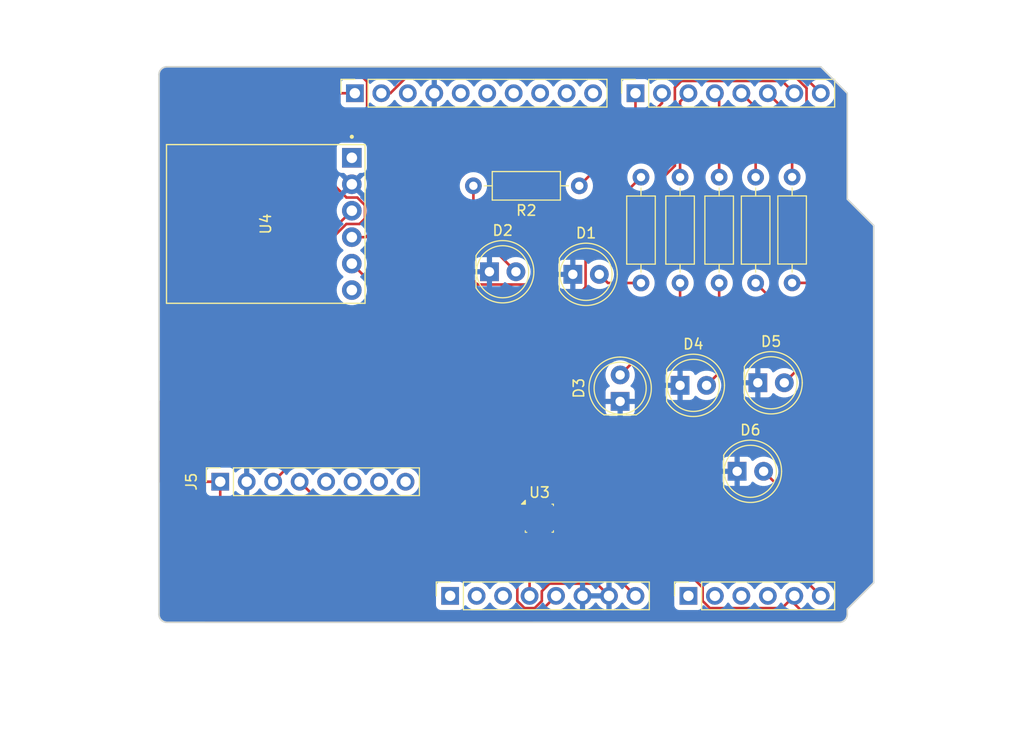
<source format=kicad_pcb>
(kicad_pcb (version 20240108) (generator "pcbnew") (generator_version "8.0")
  (title_block (date "mar. 31 mars 2015"))
  (layers (0 "F.Cu" signal) (31 "B.Cu" signal) (34 "B.Paste" user) (35 "F.Paste" user) (36 "B.SilkS" user "B.Silkscreen") (37 "F.SilkS" user "F.Silkscreen") (38 "B.Mask" user) (39 "F.Mask" user) (44 "Edge.Cuts" user))
  (net 0 "")
  (net 1 "GND")
  (net 3 "+5V")
  (net 4 "/IOREF")
  (net 5 "/A0")
  (net 6 "/A1")
  (net 7 "/A2")
  (net 8 "/A3")
  (net 9 "/I2C_SCL")
  (net 10 "/I2C_SDA")
  (net 11 "/13")
  (net 12 "/12")
  (net 13 "/AREF")
  (net 14 "/8")
  (net 15 "/7")
  (net 16 "/*11")
  (net 17 "/*10")
  (net 18 "/*9")
  (net 19 "/4")
  (net 20 "/2")
  (net 21 "/*6")
  (net 22 "/*5")
  (net 23 "/RX")
  (net 24 "/*3")
  (net 25 "/RX{slash}0")
  (net 26 "+3V3")
  (net 27 "VCC")
  (net 28 "/~{RESET}")
  (net 33 "Net-(D1-A)")
  (net 34 "Net-(D2-A)")
  (net 35 "Net-(D3-A)")
  (net 36 "Net-(D4-A)")
  (net 37 "Net-(D5-A)")
  (net 38 "Net-(D6-A)")
  (footprint "Connector_PinSocket_2.54mm:PinSocket_1x08_P2.54mm_Vertical" (layer "F.Cu") (at 127.94 97.46 90)
    (property "Reference" "J1" (hide yes))
    (property "Value" "Power")
    (fp_line (start 1.33 -1.33) (end 1.33 0) (stroke (width 0.12)) (layer "F.SilkS"))
    (fp_line (start 0 -1.33) (end 1.33 -1.33) (stroke (width 0.12)) (layer "F.SilkS"))
    (fp_line (start 1.33 1.27) (end 1.33 19.11) (stroke (width 0.12)) (layer "F.SilkS"))
    (fp_line (start -1.33 1.27) (end 1.33 1.27) (stroke (width 0.12)) (layer "F.SilkS"))
    (fp_line (start -1.33 1.27) (end -1.33 19.11) (stroke (width 0.12)) (layer "F.SilkS"))
    (fp_line (start -1.33 19.11) (end 1.33 19.11) (stroke (width 0.12)) (layer "F.SilkS"))
    (pad "1" thru_hole rect (at 0 0 90) (size 1.7 1.7) (drill 1) (layers "*.Cu" "*.Mask"))
    (pad "2" thru_hole oval (at 0 2.54 90) (size 1.7 1.7) (drill 1) (layers "*.Cu" "*.Mask") (net 4 "/IOREF"))
    (pad "3" thru_hole oval (at 0 5.08 90) (size 1.7 1.7) (drill 1) (layers "*.Cu" "*.Mask") (net 28 "/~{RESET}"))
    (pad "4" thru_hole oval (at 0 7.62 90) (size 1.7 1.7) (drill 1) (layers "*.Cu" "*.Mask") (net 26 "+3V3"))
    (pad "5" thru_hole oval (at 0 10.16 90) (size 1.7 1.7) (drill 1) (layers "*.Cu" "*.Mask") (net 3 "+5V"))
    (pad "6" thru_hole oval (at 0 12.7 90) (size 1.7 1.7) (drill 1) (layers "*.Cu" "*.Mask") (net 1 "GND"))
    (pad "7" thru_hole oval (at 0 15.24 90) (size 1.7 1.7) (drill 1) (layers "*.Cu" "*.Mask") (net 1 "GND"))
    (pad "8" thru_hole oval (at 0 17.78 90) (size 1.7 1.7) (drill 1) (layers "*.Cu" "*.Mask") (net 27 "VCC"))
  )
  (footprint "Connector_PinSocket_2.54mm:PinSocket_1x06_P2.54mm_Vertical" (layer "F.Cu") (at 150.8 97.46 90)
    (property "Reference" "J3" (hide yes))
    (property "Value" "Analog")
    (fp_line (start 1.33 -1.33) (end 1.33 0) (stroke (width 0.12)) (layer "F.SilkS"))
    (fp_line (start 0 -1.33) (end 1.33 -1.33) (stroke (width 0.12)) (layer "F.SilkS"))
    (fp_line (start 1.33 1.27) (end 1.33 14.03) (stroke (width 0.12)) (layer "F.SilkS"))
    (fp_line (start -1.33 1.27) (end 1.33 1.27) (stroke (width 0.12)) (layer "F.SilkS"))
    (fp_line (start -1.33 1.27) (end -1.33 14.03) (stroke (width 0.12)) (layer "F.SilkS"))
    (fp_line (start -1.33 14.03) (end 1.33 14.03) (stroke (width 0.12)) (layer "F.SilkS"))
    (pad "1" thru_hole rect (at 0 0 90) (size 1.7 1.7) (drill 1) (layers "*.Cu" "*.Mask") (net 5 "/A0"))
    (pad "2" thru_hole oval (at 0 2.54 90) (size 1.7 1.7) (drill 1) (layers "*.Cu" "*.Mask") (net 6 "/A1"))
    (pad "3" thru_hole oval (at 0 5.08 90) (size 1.7 1.7) (drill 1) (layers "*.Cu" "*.Mask") (net 7 "/A2"))
    (pad "4" thru_hole oval (at 0 7.62 90) (size 1.7 1.7) (drill 1) (layers "*.Cu" "*.Mask") (net 8 "/A3"))
    (pad "5" thru_hole oval (at 0 10.16 90) (size 1.7 1.7) (drill 1) (layers "*.Cu" "*.Mask") (net 10 "/I2C_SDA"))
    (pad "6" thru_hole oval (at 0 12.7 90) (size 1.7 1.7) (drill 1) (layers "*.Cu" "*.Mask") (net 9 "/I2C_SCL"))
  )
  (footprint "Connector_PinSocket_2.54mm:PinSocket_1x10_P2.54mm_Vertical" (layer "F.Cu") (at 118.796 49.2 90)
    (property "Reference" "J2" (hide yes))
    (property "Value" "Digital/PWM")
    (fp_line (start 1.33 -1.33) (end 1.33 0) (stroke (width 0.12)) (layer "F.SilkS"))
    (fp_line (start 0 -1.33) (end 1.33 -1.33) (stroke (width 0.12)) (layer "F.SilkS"))
    (fp_line (start 1.33 1.27) (end 1.33 24.19) (stroke (width 0.12)) (layer "F.SilkS"))
    (fp_line (start -1.33 1.27) (end 1.33 1.27) (stroke (width 0.12)) (layer "F.SilkS"))
    (fp_line (start -1.33 1.27) (end -1.33 24.19) (stroke (width 0.12)) (layer "F.SilkS"))
    (fp_line (start -1.33 24.19) (end 1.33 24.19) (stroke (width 0.12)) (layer "F.SilkS"))
    (pad "1" thru_hole rect (at 0 0 90) (size 1.7 1.7) (drill 1) (layers "*.Cu" "*.Mask") (net 9 "/I2C_SCL"))
    (pad "2" thru_hole oval (at 0 2.54 90) (size 1.7 1.7) (drill 1) (layers "*.Cu" "*.Mask") (net 10 "/I2C_SDA"))
    (pad "3" thru_hole oval (at 0 5.08 90) (size 1.7 1.7) (drill 1) (layers "*.Cu" "*.Mask") (net 13 "/AREF"))
    (pad "4" thru_hole oval (at 0 7.62 90) (size 1.7 1.7) (drill 1) (layers "*.Cu" "*.Mask") (net 1 "GND"))
    (pad "5" thru_hole oval (at 0 10.16 90) (size 1.7 1.7) (drill 1) (layers "*.Cu" "*.Mask") (net 11 "/13"))
    (pad "6" thru_hole oval (at 0 12.7 90) (size 1.7 1.7) (drill 1) (layers "*.Cu" "*.Mask") (net 12 "/12"))
    (pad "7" thru_hole oval (at 0 15.24 90) (size 1.7 1.7) (drill 1) (layers "*.Cu" "*.Mask") (net 16 "/*11"))
    (pad "8" thru_hole oval (at 0 17.78 90) (size 1.7 1.7) (drill 1) (layers "*.Cu" "*.Mask") (net 17 "/*10"))
    (pad "9" thru_hole oval (at 0 20.32 90) (size 1.7 1.7) (drill 1) (layers "*.Cu" "*.Mask") (net 18 "/*9"))
    (pad "10" thru_hole oval (at 0 22.86 90) (size 1.7 1.7) (drill 1) (layers "*.Cu" "*.Mask") (net 14 "/8"))
  )
  (footprint "Connector_PinSocket_2.54mm:PinSocket_1x08_P2.54mm_Vertical" (layer "F.Cu") (at 145.72 49.2 90)
    (property "Reference" "J4" (hide yes))
    (property "Value" "Digital/PWM")
    (fp_line (start 1.33 -1.33) (end 1.33 0) (stroke (width 0.12)) (layer "F.SilkS"))
    (fp_line (start 0 -1.33) (end 1.33 -1.33) (stroke (width 0.12)) (layer "F.SilkS"))
    (fp_line (start 1.33 1.27) (end 1.33 19.11) (stroke (width 0.12)) (layer "F.SilkS"))
    (fp_line (start -1.33 1.27) (end 1.33 1.27) (stroke (width 0.12)) (layer "F.SilkS"))
    (fp_line (start -1.33 1.27) (end -1.33 19.11) (stroke (width 0.12)) (layer "F.SilkS"))
    (fp_line (start -1.33 19.11) (end 1.33 19.11) (stroke (width 0.12)) (layer "F.SilkS"))
    (pad "1" thru_hole rect (at 0 0 90) (size 1.7 1.7) (drill 1) (layers "*.Cu" "*.Mask") (net 15 "/7"))
    (pad "2" thru_hole oval (at 0 2.54 90) (size 1.7 1.7) (drill 1) (layers "*.Cu" "*.Mask") (net 21 "/*6"))
    (pad "3" thru_hole oval (at 0 5.08 90) (size 1.7 1.7) (drill 1) (layers "*.Cu" "*.Mask") (net 22 "/*5"))
    (pad "4" thru_hole oval (at 0 7.62 90) (size 1.7 1.7) (drill 1) (layers "*.Cu" "*.Mask") (net 19 "/4"))
    (pad "5" thru_hole oval (at 0 10.16 90) (size 1.7 1.7) (drill 1) (layers "*.Cu" "*.Mask") (net 24 "/*3"))
    (pad "6" thru_hole oval (at 0 12.7 90) (size 1.7 1.7) (drill 1) (layers "*.Cu" "*.Mask") (net 20 "/2"))
    (pad "7" thru_hole oval (at 0 15.24 90) (size 1.7 1.7) (drill 1) (layers "*.Cu" "*.Mask") (net 23 "/RX"))
    (pad "8" thru_hole oval (at 0 17.78 90) (size 1.7 1.7) (drill 1) (layers "*.Cu" "*.Mask") (net 25 "/RX{slash}0"))
  )
  (footprint "LED_THT:LED_D5.0mm" (layer "F.Cu") (at 157.46 77)
    (property "Reference" "D5" (at 1.27 -3.96 0) (layer "F.SilkS"))
    (property "Value" "LED")
    (fp_line (start -1.29 -1.545) (end -1.29 1.545) (stroke (width 0.12)) (layer "F.SilkS"))
    (fp_arc (start -1.29 -1.54483) (mid 2.071756 -2.880501) (end 4.26 -0.000048) (stroke (width 0.12)) (layer "F.SilkS"))
    (fp_arc (start 4.26 0.000048) (mid 2.071756 2.880501) (end -1.29 1.54483) (stroke (width 0.12)) (layer "F.SilkS"))
    (fp_circle (center 1.27 0) (end 3.77 0) (stroke (width 0.12)) (fill none) (layer "F.SilkS"))
    (pad "1" thru_hole rect (at 0 0) (size 1.8 1.8) (drill 0.9) (layers "*.Cu" "*.Mask") (net 1 "GND"))
    (pad "2" thru_hole circle (at 2.54 0) (size 1.8 1.8) (drill 0.9) (layers "*.Cu" "*.Mask") (net 37 "Net-(D5-A)"))
  )
  (footprint "Resistor_THT:R_Axial_DIN0207_L6.3mm_D2.5mm_P10.16mm_Horizontal" (layer "F.Cu") (at 146.25 57.26 -90)
    (property "Reference" "R1" (hide yes))
    (property "Value" "330")
    (fp_line (start 1.81 1.37) (end 8.35 1.37) (stroke (width 0.12)) (layer "F.SilkS"))
    (fp_line (start 8.35 1.37) (end 8.35 -1.37) (stroke (width 0.12)) (layer "F.SilkS"))
    (fp_line (start 1.04 0) (end 1.81 0) (stroke (width 0.12)) (layer "F.SilkS"))
    (fp_line (start 9.12 0) (end 8.35 0) (stroke (width 0.12)) (layer "F.SilkS"))
    (fp_line (start 1.81 -1.37) (end 1.81 1.37) (stroke (width 0.12)) (layer "F.SilkS"))
    (fp_line (start 8.35 -1.37) (end 1.81 -1.37) (stroke (width 0.12)) (layer "F.SilkS"))
    (pad "1" thru_hole circle (at 0 0 270) (size 1.6 1.6) (drill 0.8) (layers "*.Cu" "*.Mask") (net 15 "/7"))
    (pad "2" thru_hole oval (at 10.16 0 270) (size 1.6 1.6) (drill 0.8) (layers "*.Cu" "*.Mask") (net 33 "Net-(D1-A)"))
  )
  (footprint "OPENLOG:MODULE_DEV-13712" (layer "F.Cu") (at 110.25 61.75 90)
    (property "Reference" "U4" (at 0 0 90) (layer "F.SilkS"))
    (property "Value" "DEV-13712" (hide yes))
    (fp_line (start 7.62 -9.525) (end 7.62 9.525) (stroke (width 0.127)) (layer "F.SilkS"))
    (fp_line (start -7.62 -9.525) (end 7.62 -9.525) (stroke (width 0.127)) (layer "F.SilkS"))
    (fp_line (start 7.62 9.525) (end -7.62 9.525) (stroke (width 0.127)) (layer "F.SilkS"))
    (fp_line (start -7.62 9.525) (end -7.62 -9.525) (stroke (width 0.127)) (layer "F.SilkS"))
    (fp_circle (center 8.37 8.255) (end 8.47 8.255) (stroke (width 0.2)) (fill none) (layer "F.SilkS"))
    (pad "1" thru_hole rect (at 6.35 8.255 90) (size 1.8796 1.8796) (drill 1.016) (layers "*.Cu" "*.Mask"))
    (pad "2" thru_hole circle (at 3.81 8.255 90) (size 1.8796 1.8796) (drill 1.016) (layers "*.Cu" "*.Mask") (net 1 "GND"))
    (pad "3" thru_hole circle (at 1.27 8.255 90) (size 1.8796 1.8796) (drill 1.016) (layers "*.Cu" "*.Mask") (net 3 "+5V"))
    (pad "4" thru_hole circle (at -1.27 8.255 90) (size 1.8796 1.8796) (drill 1.016) (layers "*.Cu" "*.Mask") (net 25 "/RX{slash}0"))
    (pad "5" thru_hole circle (at -3.81 8.255 90) (size 1.8796 1.8796) (drill 1.016) (layers "*.Cu" "*.Mask") (net 23 "/RX"))
    (pad "6" thru_hole circle (at -6.35 8.255 90) (size 1.8796 1.8796) (drill 1.016) (layers "*.Cu" "*.Mask"))
  )
  (footprint "LED_THT:LED_D5.0mm" (layer "F.Cu") (at 144.25 78.79 90)
    (property "Reference" "D3" (at 1.27 -3.96 90) (layer "F.SilkS"))
    (property "Value" "LED" (hide yes))
    (fp_line (start -1.29 -1.545) (end -1.29 1.545) (stroke (width 0.12)) (layer "F.SilkS"))
    (fp_arc (start -1.29 -1.54483) (mid 2.071756 -2.880501) (end 4.26 -0.000048) (stroke (width 0.12)) (layer "F.SilkS"))
    (fp_arc (start 4.26 0.000048) (mid 2.071756 2.880501) (end -1.29 1.54483) (stroke (width 0.12)) (layer "F.SilkS"))
    (fp_circle (center 1.27 0) (end 3.77 0) (stroke (width 0.12)) (fill none) (layer "F.SilkS"))
    (pad "1" thru_hole rect (at 0 0 90) (size 1.8 1.8) (drill 0.9) (layers "*.Cu" "*.Mask") (net 1 "GND"))
    (pad "2" thru_hole circle (at 2.54 0 90) (size 1.8 1.8) (drill 0.9) (layers "*.Cu" "*.Mask") (net 35 "Net-(D3-A)"))
  )
  (footprint "LED_THT:LED_D5.0mm" (layer "F.Cu") (at 150 77.25)
    (property "Reference" "D4" (at 1.27 -3.96 0) (layer "F.SilkS"))
    (property "Value" "LED")
    (fp_line (start -1.29 -1.545) (end -1.29 1.545) (stroke (width 0.12)) (layer "F.SilkS"))
    (fp_arc (start -1.29 -1.54483) (mid 2.071756 -2.880501) (end 4.26 -0.000048) (stroke (width 0.12)) (layer "F.SilkS"))
    (fp_arc (start 4.26 0.000048) (mid 2.071756 2.880501) (end -1.29 1.54483) (stroke (width 0.12)) (layer "F.SilkS"))
    (fp_circle (center 1.27 0) (end 3.77 0) (stroke (width 0.12)) (fill none) (layer "F.SilkS"))
    (pad "1" thru_hole rect (at 0 0) (size 1.8 1.8) (drill 0.9) (layers "*.Cu" "*.Mask") (net 1 "GND"))
    (pad "2" thru_hole circle (at 2.54 0) (size 1.8 1.8) (drill 0.9) (layers "*.Cu" "*.Mask") (net 36 "Net-(D4-A)"))
  )
  (footprint "LED_THT:LED_D5.0mm" (layer "F.Cu") (at 139.71 66.59)
    (property "Reference" "D1" (at 1.27 -3.96 0) (layer "F.SilkS"))
    (property "Value" "LED")
    (fp_line (start -1.29 -1.545) (end -1.29 1.545) (stroke (width 0.12)) (layer "F.SilkS"))
    (fp_arc (start -1.29 -1.54483) (mid 2.071756 -2.880501) (end 4.26 -0.000048) (stroke (width 0.12)) (layer "F.SilkS"))
    (fp_arc (start 4.26 0.000048) (mid 2.071756 2.880501) (end -1.29 1.54483) (stroke (width 0.12)) (layer "F.SilkS"))
    (fp_circle (center 1.27 0) (end 3.77 0) (stroke (width 0.12)) (fill none) (layer "F.SilkS"))
    (pad "1" thru_hole rect (at 0 0) (size 1.8 1.8) (drill 0.9) (layers "*.Cu" "*.Mask") (net 1 "GND"))
    (pad "2" thru_hole circle (at 2.54 0) (size 1.8 1.8) (drill 0.9) (layers "*.Cu" "*.Mask") (net 33 "Net-(D1-A)"))
  )
  (footprint "LED_THT:LED_D5.0mm" (layer "F.Cu") (at 131.71 66.34)
    (property "Reference" "D2" (at 1.27 -3.96 0) (layer "F.SilkS"))
    (property "Value" "LED")
    (fp_line (start -1.29 -1.545) (end -1.29 1.545) (stroke (width 0.12)) (layer "F.SilkS"))
    (fp_arc (start -1.29 -1.54483) (mid 2.071756 -2.880501) (end 4.26 -0.000048) (stroke (width 0.12)) (layer "F.SilkS"))
    (fp_arc (start 4.26 0.000048) (mid 2.071756 2.880501) (end -1.29 1.54483) (stroke (width 0.12)) (layer "F.SilkS"))
    (fp_circle (center 1.27 0) (end 3.77 0) (stroke (width 0.12)) (fill none) (layer "F.SilkS"))
    (pad "1" thru_hole rect (at 0 0) (size 1.8 1.8) (drill 0.9) (layers "*.Cu" "*.Mask") (net 1 "GND"))
    (pad "2" thru_hole circle (at 2.54 0) (size 1.8 1.8) (drill 0.9) (layers "*.Cu" "*.Mask") (net 34 "Net-(D2-A)"))
  )
  (footprint "Package_LGA:Bosch_LGA-8_2.5x2.5mm_P0.65mm_ClockwisePinNumbering" (layer "F.Cu") (at 136.5 90)
    (property "Reference" "U3" (at 0.015 -2.465 360) (layer "F.SilkS"))
    (property "Value" "BME280")
    (fp_line (start -1.35 1.35) (end -1.35 1.2) (stroke (width 0.1)) (layer "F.SilkS"))
    (fp_line (start -1.35 1.36) (end -1.2 1.36) (stroke (width 0.1)) (layer "F.SilkS"))
    (fp_line (start 1.2 -1.35) (end 1.35 -1.35) (stroke (width 0.1)) (layer "F.SilkS"))
    (fp_line (start 1.35 -1.35) (end 1.35 -1.2) (stroke (width 0.1)) (layer "F.SilkS"))
    (fp_line (start 1.35 1.35) (end 1.2 1.35) (stroke (width 0.1)) (layer "F.SilkS"))
    (fp_line (start 1.35 1.35) (end 1.35 1.2) (stroke (width 0.1)) (layer "F.SilkS"))
    (fp_poly (pts (xy -1.35 -1.35) (xy -1.71 -1.35) (xy -1.35 -1.71) (xy -1.35 -1.35)) (stroke (width 0.12)) (fill solid) (layer "F.SilkS"))
    (pad "1" smd rect (at -0.975 -1.025 90) (size 0.5 0.35) (layers "F.Cu" "F.Paste" "F.Mask") (net 1 "GND"))
    (pad "2" smd rect (at -0.325 -1.025 90) (size 0.5 0.35) (layers "F.Cu" "F.Paste" "F.Mask") (net 27 "VCC"))
    (pad "3" smd rect (at 0.325 -1.025 90) (size 0.5 0.35) (layers "F.Cu" "F.Paste" "F.Mask") (net 10 "/I2C_SDA"))
    (pad "4" smd rect (at 0.975 -1.025 90) (size 0.5 0.35) (layers "F.Cu" "F.Paste" "F.Mask") (net 9 "/I2C_SCL"))
    (pad "5" smd rect (at 0.975 1.025 90) (size 0.5 0.35) (layers "F.Cu" "F.Paste" "F.Mask") (net 1 "GND"))
    (pad "6" smd rect (at 0.325 1.025 90) (size 0.5 0.35) (layers "F.Cu" "F.Paste" "F.Mask") (net 26 "+3V3"))
    (pad "7" smd rect (at -0.325 1.025 90) (size 0.5 0.35) (layers "F.Cu" "F.Paste" "F.Mask") (net 1 "GND"))
    (pad "8" smd rect (at -0.975 1.025 90) (size 0.5 0.35) (layers "F.Cu" "F.Paste" "F.Mask") (net 26 "+3V3"))
  )
  (footprint "Connector_PinSocket_2.54mm:PinSocket_1x08_P2.54mm_Vertical" (layer "F.Cu") (at 105.88 86.5 90)
    (property "Reference" "J5" (at 0 -2.77 90) (layer "F.SilkS"))
    (property "Value" "CONN_GYRO")
    (fp_line (start 1.33 -1.33) (end 1.33 0) (stroke (width 0.12)) (layer "F.SilkS"))
    (fp_line (start 0 -1.33) (end 1.33 -1.33) (stroke (width 0.12)) (layer "F.SilkS"))
    (fp_line (start 1.33 1.27) (end 1.33 19.11) (stroke (width 0.12)) (layer "F.SilkS"))
    (fp_line (start -1.33 1.27) (end 1.33 1.27) (stroke (width 0.12)) (layer "F.SilkS"))
    (fp_line (start -1.33 1.27) (end -1.33 19.11) (stroke (width 0.12)) (layer "F.SilkS"))
    (fp_line (start -1.33 19.11) (end 1.33 19.11) (stroke (width 0.12)) (layer "F.SilkS"))
    (pad "1" thru_hole rect (at 0 0 90) (size 1.7 1.7) (drill 1) (layers "*.Cu" "*.Mask") (net 3 "+5V"))
    (pad "2" thru_hole oval (at 0 2.54 90) (size 1.7 1.7) (drill 1) (layers "*.Cu" "*.Mask") (net 1 "GND"))
    (pad "3" thru_hole oval (at 0 5.08 90) (size 1.7 1.7) (drill 1) (layers "*.Cu" "*.Mask") (net 9 "/I2C_SCL"))
    (pad "4" thru_hole oval (at 0 7.62 90) (size 1.7 1.7) (drill 1) (layers "*.Cu" "*.Mask") (net 10 "/I2C_SDA"))
    (pad "5" thru_hole oval (at 0 10.16 90) (size 1.7 1.7) (drill 1) (layers "*.Cu" "*.Mask"))
    (pad "6" thru_hole oval (at 0 12.7 90) (size 1.7 1.7) (drill 1) (layers "*.Cu" "*.Mask"))
    (pad "7" thru_hole oval (at 0 15.24 90) (size 1.7 1.7) (drill 1) (layers "*.Cu" "*.Mask"))
    (pad "8" thru_hole oval (at 0 17.78 90) (size 1.7 1.7) (drill 1) (layers "*.Cu" "*.Mask"))
  )
  (footprint "Resistor_THT:R_Axial_DIN0207_L6.3mm_D2.5mm_P10.16mm_Horizontal" (layer "F.Cu") (at 153.75 57.26 -90)
    (property "Reference" "R4" (hide yes))
    (property "Value" "330")
    (fp_line (start 1.81 1.37) (end 8.35 1.37) (stroke (width 0.12)) (layer "F.SilkS"))
    (fp_line (start 8.35 1.37) (end 8.35 -1.37) (stroke (width 0.12)) (layer "F.SilkS"))
    (fp_line (start 1.04 0) (end 1.81 0) (stroke (width 0.12)) (layer "F.SilkS"))
    (fp_line (start 9.12 0) (end 8.35 0) (stroke (width 0.12)) (layer "F.SilkS"))
    (fp_line (start 1.81 -1.37) (end 1.81 1.37) (stroke (width 0.12)) (layer "F.SilkS"))
    (fp_line (start 8.35 -1.37) (end 1.81 -1.37) (stroke (width 0.12)) (layer "F.SilkS"))
    (pad "1" thru_hole circle (at 0 0 270) (size 1.6 1.6) (drill 0.8) (layers "*.Cu" "*.Mask") (net 19 "/4"))
    (pad "2" thru_hole oval (at 10.16 0 270) (size 1.6 1.6) (drill 0.8) (layers "*.Cu" "*.Mask") (net 36 "Net-(D4-A)"))
  )
  (footprint "Resistor_THT:R_Axial_DIN0207_L6.3mm_D2.5mm_P10.16mm_Horizontal" (layer "F.Cu") (at 150 57.26 -90)
    (property "Reference" "R3" (hide yes))
    (property "Value" "330")
    (fp_line (start 1.81 1.37) (end 8.35 1.37) (stroke (width 0.12)) (layer "F.SilkS"))
    (fp_line (start 8.35 1.37) (end 8.35 -1.37) (stroke (width 0.12)) (layer "F.SilkS"))
    (fp_line (start 1.04 0) (end 1.81 0) (stroke (width 0.12)) (layer "F.SilkS"))
    (fp_line (start 9.12 0) (end 8.35 0) (stroke (width 0.12)) (layer "F.SilkS"))
    (fp_line (start 1.81 -1.37) (end 1.81 1.37) (stroke (width 0.12)) (layer "F.SilkS"))
    (fp_line (start 8.35 -1.37) (end 1.81 -1.37) (stroke (width 0.12)) (layer "F.SilkS"))
    (pad "1" thru_hole circle (at 0 0 270) (size 1.6 1.6) (drill 0.8) (layers "*.Cu" "*.Mask") (net 22 "/*5"))
    (pad "2" thru_hole oval (at 10.16 0 270) (size 1.6 1.6) (drill 0.8) (layers "*.Cu" "*.Mask") (net 35 "Net-(D3-A)"))
  )
  (footprint "Resistor_THT:R_Axial_DIN0207_L6.3mm_D2.5mm_P10.16mm_Horizontal" (layer "F.Cu") (at 157.25 57.26 -90)
    (property "Reference" "R5" (hide yes))
    (property "Value" "330")
    (fp_line (start 1.81 1.37) (end 8.35 1.37) (stroke (width 0.12)) (layer "F.SilkS"))
    (fp_line (start 8.35 1.37) (end 8.35 -1.37) (stroke (width 0.12)) (layer "F.SilkS"))
    (fp_line (start 1.04 0) (end 1.81 0) (stroke (width 0.12)) (layer "F.SilkS"))
    (fp_line (start 9.12 0) (end 8.35 0) (stroke (width 0.12)) (layer "F.SilkS"))
    (fp_line (start 1.81 -1.37) (end 1.81 1.37) (stroke (width 0.12)) (layer "F.SilkS"))
    (fp_line (start 8.35 -1.37) (end 1.81 -1.37) (stroke (width 0.12)) (layer "F.SilkS"))
    (pad "1" thru_hole circle (at 0 0 270) (size 1.6 1.6) (drill 0.8) (layers "*.Cu" "*.Mask") (net 24 "/*3"))
    (pad "2" thru_hole oval (at 10.16 0 270) (size 1.6 1.6) (drill 0.8) (layers "*.Cu" "*.Mask") (net 37 "Net-(D5-A)"))
  )
  (footprint "Resistor_THT:R_Axial_DIN0207_L6.3mm_D2.5mm_P10.16mm_Horizontal" (layer "F.Cu") (at 140.33 58.09 180)
    (property "Reference" "R2" (at 5.08 -2.37 0) (layer "F.SilkS"))
    (property "Value" "330ohm")
    (fp_line (start 9.12 0) (end 8.35 0) (stroke (width 0.12)) (layer "F.SilkS"))
    (fp_line (start 8.35 1.37) (end 8.35 -1.37) (stroke (width 0.12)) (layer "F.SilkS"))
    (fp_line (start 8.35 -1.37) (end 1.81 -1.37) (stroke (width 0.12)) (layer "F.SilkS"))
    (fp_line (start 1.81 1.37) (end 8.35 1.37) (stroke (width 0.12)) (layer "F.SilkS"))
    (fp_line (start 1.81 -1.37) (end 1.81 1.37) (stroke (width 0.12)) (layer "F.SilkS"))
    (fp_line (start 1.04 0) (end 1.81 0) (stroke (width 0.12)) (layer "F.SilkS"))
    (pad "1" thru_hole circle (at 0 0 180) (size 1.6 1.6) (drill 0.8) (layers "*.Cu" "*.Mask") (net 21 "/*6"))
    (pad "2" thru_hole oval (at 10.16 0 180) (size 1.6 1.6) (drill 0.8) (layers "*.Cu" "*.Mask") (net 34 "Net-(D2-A)"))
  )
  (footprint "Resistor_THT:R_Axial_DIN0207_L6.3mm_D2.5mm_P10.16mm_Horizontal" (layer "F.Cu") (at 160.75 57.25 -90)
    (property "Reference" "R6" (hide yes))
    (property "Value" "330")
    (fp_line (start 1.81 1.37) (end 8.35 1.37) (stroke (width 0.12)) (layer "F.SilkS"))
    (fp_line (start 8.35 1.37) (end 8.35 -1.37) (stroke (width 0.12)) (layer "F.SilkS"))
    (fp_line (start 1.04 0) (end 1.81 0) (stroke (width 0.12)) (layer "F.SilkS"))
    (fp_line (start 9.12 0) (end 8.35 0) (stroke (width 0.12)) (layer "F.SilkS"))
    (fp_line (start 1.81 -1.37) (end 1.81 1.37) (stroke (width 0.12)) (layer "F.SilkS"))
    (fp_line (start 8.35 -1.37) (end 1.81 -1.37) (stroke (width 0.12)) (layer "F.SilkS"))
    (pad "1" thru_hole circle (at 0 0 270) (size 1.6 1.6) (drill 0.8) (layers "*.Cu" "*.Mask") (net 20 "/2"))
    (pad "2" thru_hole oval (at 10.16 0 270) (size 1.6 1.6) (drill 0.8) (layers "*.Cu" "*.Mask") (net 38 "Net-(D6-A)"))
  )
  (footprint "LED_THT:LED_D5.0mm" (layer "F.Cu") (at 155.475 85.5)
    (property "Reference" "D6" (at 1.27 -3.96 0) (layer "F.SilkS"))
    (property "Value" "LED")
    (fp_line (start -1.29 -1.545) (end -1.29 1.545) (stroke (width 0.12)) (layer "F.SilkS"))
    (fp_arc (start -1.29 -1.54483) (mid 2.071756 -2.880501) (end 4.26 -0.000048) (stroke (width 0.12)) (layer "F.SilkS"))
    (fp_arc (start 4.26 0.000048) (mid 2.071756 2.880501) (end -1.29 1.54483) (stroke (width 0.12)) (layer "F.SilkS"))
    (fp_circle (center 1.27 0) (end 3.77 0) (stroke (width 0.12)) (fill none) (layer "F.SilkS"))
    (pad "1" thru_hole rect (at 0 0) (size 1.8 1.8) (drill 0.9) (layers "*.Cu" "*.Mask") (net 1 "GND"))
    (pad "2" thru_hole circle (at 2.54 0) (size 1.8 1.8) (drill 0.9) (layers "*.Cu" "*.Mask") (net 38 "Net-(D6-A)"))
  )
  (gr_line (start 166.04 59.36) (end 168.58 61.9) (stroke (width 0.15)) (layer "Edge.Cuts"))
  (gr_line (start 100 99.238) (end 100 47.422) (stroke (width 0.15)) (layer "Edge.Cuts"))
  (gr_line (start 168.58 61.9) (end 168.58 96.19) (stroke (width 0.15)) (layer "Edge.Cuts"))
  (gr_line (start 165.278 100) (end 100.762 100) (stroke (width 0.15)) (layer "Edge.Cuts"))
  (gr_line (start 100.762 46.66) (end 163.5 46.66) (stroke (width 0.15)) (layer "Edge.Cuts"))
  (gr_arc (start 100.762 100) (mid 100.223185 99.776815) (end 100 99.238) (stroke (width 0.15)) (layer "Edge.Cuts"))
  (gr_line (start 168.58 96.19) (end 166.04 98.73) (stroke (width 0.15)) (layer "Edge.Cuts"))
  (gr_line (start 163.5 46.66) (end 166.04 49.2) (stroke (width 0.15)) (layer "Edge.Cuts"))
  (gr_arc (start 166.04 99.238) (mid 165.816815 99.776815) (end 165.278 100) (stroke (width 0.15)) (layer "Edge.Cuts"))
  (gr_line (start 166.04 49.2) (end 166.04 59.36) (stroke (width 0.15)) (layer "Edge.Cuts"))
  (gr_line (start 166.04 98.73) (end 166.04 99.238) (stroke (width 0.15)) (layer "Edge.Cuts"))
  (gr_arc (start 100 47.422) (mid 100.223185 46.883185) (end 100.762 46.66) (stroke (width 0.15)) (layer "Edge.Cuts"))
  (segment (start 139 96.285) (end 137.475 94.76) (width 0.25) (layer "F.Cu") (net 1))
  (segment (start 134.385 90.115) (end 134.385 97.946701) (width 0.25) (layer "F.Cu") (net 1))
  (segment (start 136.735 97.946701) (end 136.735 97.015) (width 0.25) (layer "F.Cu") (net 1))
  (segment (start 142.005 96.285) (end 143.18 97.46) (width 0.25) (layer "F.Cu") (net 1))
  (segment (start 137.475 94.76) (end 137.475 93) (width 0.25) (layer "F.Cu") (net 1))
  (segment (start 137.475 93) (end 137.475 91.025) (width 0.25) (layer "F.Cu") (net 1))
  (segment (start 136.175 91.7) (end 136.175 91.025) (width 0.25) (layer "F.Cu") (net 1))
  (segment (start 139 96.285) (end 142.005 96.285) (width 0.25) (layer "F.Cu") (net 1))
  (segment (start 134.385 97.946701) (end 135.073299 98.635) (width 0.25) (layer "F.Cu") (net 1))
  (segment (start 136.735 97.015) (end 137.465 96.285) (width 0.25) (layer "F.Cu") (net 1))
  (segment (start 137.475 93) (end 136.175 91.7) (width 0.25) (layer "F.Cu") (net 1))
  (segment (start 135.073299 98.635) (end 136.046701 98.635) (width 0.25) (layer "F.Cu") (net 1))
  (segment (start 136.046701 98.635) (end 136.735 97.946701) (width 0.25) (layer "F.Cu") (net 1))
  (segment (start 135.525 88.975) (end 134.385 90.115) (width 0.25) (layer "F.Cu") (net 1))
  (segment (start 137.465 96.285) (end 139 96.285) (width 0.25) (layer "F.Cu") (net 1))
  (segment (start 135.76 99.8) (end 104.5 99.8) (width 0.25) (layer "F.Cu") (net 3))
  (segment (start 100.2 86.5) (end 105.88 86.5) (width 0.25) (layer "F.Cu") (net 3))
  (segment (start 138.1 97.46) (end 135.76 99.8) (width 0.25) (layer "F.Cu") (net 3))
  (segment (start 105.88 98.42) (end 105.88 86.5) (width 0.25) (layer "F.Cu") (net 3))
  (segment (start 104.5 99.8) (end 105.88 98.42) (width 0.25) (layer "F.Cu") (net 3))
  (segment (start 100.2 78.785) (end 100.2 86.5) (width 0.25) (layer "F.Cu") (net 3))
  (segment (start 118.505 60.48) (end 100.2 78.785) (width 0.25) (layer "F.Cu") (net 3))
  (segment (start 117.175 73.575) (end 116.305 74.445) (width 0.25) (layer "F.Cu") (net 9))
  (segment (start 137.65 88.3) (end 154.34 88.3) (width 0.25) (layer "F.Cu") (net 9))
  (segment (start 110.96 86.5) (end 113.765 83.695) (width 0.25) (layer "F.Cu") (net 9))
  (segment (start 125.175 75.925) (end 121.385 75.925) (width 0.25) (layer "F.Cu") (net 9))
  (segment (start 118.796 49.2) (end 117.201396 49.2) (width 0.25) (layer "F.Cu") (net 9))
  (segment (start 119.7698 59.956102) (end 119.028898 59.2152) (width 0.25) (layer "F.Cu") (net 9))
  (segment (start 119.2448 61.7552) (end 119.7698 61.2302) (width 0.25) (layer "F.Cu") (net 9))
  (segment (start 113.075698 54.299396) (end 113.075698 53.325698) (width 0.25) (layer "F.Cu") (net 9))
  (segment (start 119.028898 59.2152) (end 117.991502 59.2152) (width 0.25) (layer "F.Cu") (net 9))
  (segment (start 137.475 88.975) (end 137.475 88.475) (width 0.25) (layer "F.Cu") (net 9))
  (segment (start 116.305 80.615) (end 113.765 83.155) (width 0.25) (layer "F.Cu") (net 9))
  (segment (start 113.765 74.263299) (end 113.0452 73.543499) (width 0.25) (layer "F.Cu") (net 9))
  (segment (start 113.0452 66.691102) (end 117.981102 61.7552) (width 0.25) (layer "F.Cu") (net 9))
  (segment (start 119.7698 61.2302) (end 119.7698 59.956102) (width 0.25) (layer "F.Cu") (net 9))
  (segment (start 117.981102 61.7552) (end 119.2448 61.7552) (width 0.25) (layer "F.Cu") (net 9))
  (segment (start 154.34 88.3) (end 163.5 97.46) (width 0.25) (layer "F.Cu") (net 9))
  (segment (start 113.765 83.695) (end 113.765 83) (width 0.25) (layer "F.Cu") (net 9))
  (segment (start 117.201396 49.2) (end 113.0452 53.356196) (width 0.25) (layer "F.Cu") (net 9))
  (segment (start 137.475 88.475) (end 137.6 88.35) (width 0.25) (layer "F.Cu") (net 9))
  (segment (start 121.385 75.925) (end 119.035 73.575) (width 0.25) (layer "F.Cu") (net 9))
  (segment (start 116.305 74.445) (end 116.305 80.615) (width 0.25) (layer "F.Cu") (net 9))
  (segment (start 113.765 83) (end 113.765 74.263299) (width 0.25) (layer "F.Cu") (net 9))
  (segment (start 117.991502 59.2152) (end 113.075698 54.299396) (width 0.25) (layer "F.Cu") (net 9))
  (segment (start 119.035 73.575) (end 117.175 73.575) (width 0.25) (layer "F.Cu") (net 9))
  (segment (start 137.6 88.35) (end 125.175 75.925) (width 0.25) (layer "F.Cu") (net 9))
  (segment (start 113.0452 73.543499) (end 113.0452 66.691102) (width 0.25) (layer "F.Cu") (net 9))
  (segment (start 113.765 83.155) (end 113.765 83) (width 0.25) (layer "F.Cu") (net 9))
  (segment (start 137.6 88.35) (end 137.65 88.3) (width 0.25) (layer "F.Cu") (net 9))
  (segment (start 165.783549 98.46003) (end 165.783549 99.466451) (width 0.25) (layer "F.Cu") (net 10))
  (segment (start 160.96 97.46) (end 159.785 98.635) (width 0.25) (layer "F.Cu") (net 10))
  (segment (start 136.825 89.4) (end 136.825 88.975) (width 0.25) (layer "F.Cu") (net 10))
  (segment (start 160.996701 47.575) (end 162.135 48.713299) (width 0.25) (layer "F.Cu") (net 10))
  (segment (start 162.135 48.713299) (end 162.135 55.885) (width 0.25) (layer "F.Cu") (net 10))
  (segment (start 159.785 98.635) (end 152.853299 98.635) (width 0.25) (layer "F.Cu") (net 10))
  (segment (start 145.05 89.55) (end 136.975 89.55) (width 0.25) (layer "F.Cu") (net 10))
  (segment (start 121.336 49.2) (end 122.2 49.2) (width 0.25) (layer "F.Cu") (net 10))
  (segment (start 165.783549 99.466451) (end 165.715064 99.534936) (width 0.25) (layer "F.Cu") (net 10))
  (segment (start 152.165 97.946701) (end 152.165 96.665) (width 0.25) (layer "F.Cu") (net 10))
  (segment (start 136.825 88.475) (end 136.825 88.975) (width 0.25) (layer "F.Cu") (net 10))
  (segment (start 162.284936 99.534936) (end 160.96 98.21) (width 0.25) (layer "F.Cu") (net 10))
  (segment (start 113.5 86.5) (end 115.4 88.4) (width 0.25) (layer "F.Cu") (net 10))
  (segment (start 115.4 88.4) (end 136.75 88.4) (width 0.25) (layer "F.Cu") (net 10))
  (segment (start 168.25 62) (end 168.25 95.993579) (width 0.25) (layer "F.Cu") (net 10))
  (segment (start 168.25 95.993579) (end 165.783549 98.46003) (width 0.25) (layer "F.Cu") (net 10))
  (segment (start 136.975 89.55) (end 136.825 89.4) (width 0.25) (layer "F.Cu") (net 10))
  (segment (start 123.825 47.575) (end 160.996701 47.575) (width 0.25) (layer "F.Cu") (net 10))
  (segment (start 152.165 96.665) (end 145.05 89.55) (width 0.25) (layer "F.Cu") (net 10))
  (segment (start 160.96 98.21) (end 160.96 97.46) (width 0.25) (layer "F.Cu") (net 10))
  (segment (start 152.853299 98.635) (end 152.165 97.946701) (width 0.25) (layer "F.Cu") (net 10))
  (segment (start 162.135 55.885) (end 168.25 62) (width 0.25) (layer "F.Cu") (net 10))
  (segment (start 122.2 49.2) (end 123.825 47.575) (width 0.25) (layer "F.Cu") (net 10))
  (segment (start 136.75 88.4) (end 136.825 88.475) (width 0.25) (layer "F.Cu") (net 10))
  (segment (start 165.715064 99.534936) (end 162.284936 99.534936) (width 0.25) (layer "F.Cu") (net 10))
  (segment (start 132.75 53.5) (end 143.5 53.5) (width 0.25) (layer "F.Cu") (net 15))
  (segment (start 135.945 67.565) (end 130.565 67.565) (width 0.25) (layer "F.Cu") (net 15))
  (segment (start 130.565 67.565) (end 128 65) (width 0.25) (layer "F.Cu") (net 15))
  (segment (start 145.72 51.28) (end 145.72 49.2) (width 0.25) (layer "F.Cu") (net 15))
  (segment (start 146.25 57.26) (end 135.945 67.565) (width 0.25) (layer "F.Cu") (net 15))
  (segment (start 128 65) (end 128 58.25) (width 0.25) (layer "F.Cu") (net 15))
  (segment (start 128 58.25) (end 132.75 53.5) (width 0.25) (layer "F.Cu") (net 15))
  (segment (start 143.5 53.5) (end 145.72 51.28) (width 0.25) (layer "F.Cu") (net 15))
  (segment (start 153.75 49.61) (end 153.34 49.2) (width 0.25) (layer "F.Cu") (net 19))
  (segment (start 153.75 57.26) (end 153.75 49.61) (width 0.25) (layer "F.Cu") (net 19))
  (segment (start 160.75 51.53) (end 158.42 49.2) (width 0.25) (layer "F.Cu") (net 20))
  (segment (start 160.75 57.25) (end 160.75 51.53) (width 0.25) (layer "F.Cu") (net 20))
  (segment (start 148.26 50.16) (end 148.26 49.2) (width 0.25) (layer "F.Cu") (net 21))
  (segment (start 140.33 58.09) (end 148.26 50.16) (width 0.25) (layer "F.Cu") (net 21))
  (segment (start 150 50) (end 150.8 49.2) (width 0.25) (layer "F.Cu") (net 22))
  (segment (start 150 57.26) (end 150 50) (width 0.25) (layer "F.Cu") (net 22))
  (segment (start 149.5 56.169009) (end 140.935 64.734009) (width 0.25) (layer "F.Cu") (net 23))
  (segment (start 140.935 67.815) (end 138.75 70) (width 0.25) (layer "F.Cu") (net 23))
  (segment (start 149.5 48.648299) (end 149.5 56.169009) (width 0.25) (layer "F.Cu") (net 23))
  (segment (start 150.123299 48.025) (end 149.5 48.648299) (width 0.25) (layer "F.Cu") (net 23))
  (segment (start 159.785 48.025) (end 150.123299 48.025) (width 0.25) (layer "F.Cu") (net 23))
  (segment (start 160.96 49.2) (end 159.785 48.025) (width 0.25) (layer "F.Cu") (net 23))
  (segment (start 122.945 70) (end 118.505 65.56) (width 0.25) (layer "F.Cu") (net 23))
  (segment (start 140.935 64.734009) (end 140.935 67.815) (width 0.25) (layer "F.Cu") (net 23))
  (segment (start 138.75 70) (end 122.945 70) (width 0.25) (layer "F.Cu") (net 23))
  (segment (start 157.25 50.57) (end 155.88 49.2) (width 0.25) (layer "F.Cu") (net 24))
  (segment (start 157.25 57.26) (end 157.25 50.57) (width 0.25) (layer "F.Cu") (net 24))
  (segment (start 119.971 51.596) (end 119.971 48.096) (width 0.25) (layer "F.Cu") (net 25))
  (segment (start 119 47.125) (end 161.425 47.125) (width 0.25) (layer "F.Cu") (net 25))
  (segment (start 161.425 47.125) (end 163.5 49.2) (width 0.25) (layer "F.Cu") (net 25))
  (segment (start 120.2198 51.8448) (end 119.971 51.596) (width 0.25) (layer "F.Cu") (net 25))
  (segment (start 119.834077 63.02) (end 120.2198 62.634277) (width 0.25) (layer "F.Cu") (net 25))
  (segment (start 118.505 63.02) (end 119.834077 63.02) (width 0.25) (layer "F.Cu") (net 25))
  (segment (start 120.2198 62.634277) (end 120.2198 51.8448) (width 0.25) (layer "F.Cu") (net 25))
  (segment (start 119.971 48.096) (end 119 47.125) (width 0.25) (layer "F.Cu") (net 25))
  (segment (start 135.56 91.06) (end 135.525 91.025) (width 0.25) (layer "F.Cu") (net 26))
  (segment (start 136.825 90.525) (end 136.825 91.025) (width 0.25) (layer "F.Cu") (net 26))
  (segment (start 135.525 91.025) (end 135.525 90.525) (width 0.25) (layer "F.Cu") (net 26))
  (segment (start 135.56 97.46) (end 135.56 91.06) (width 0.25) (layer "F.Cu") (net 26))
  (segment (start 135.525 90.525) (end 135.6 90.45) (width 0.25) (layer "F.Cu") (net 26))
  (segment (start 136.75 90.45) (end 136.825 90.525) (width 0.25) (layer "F.Cu") (net 26))
  (segment (start 135.6 90.45) (end 136.75 90.45) (width 0.25) (layer "F.Cu") (net 26))
  (segment (start 136.788604 90) (end 136.738604 89.95) (width 0.25) (layer "F.Cu") (net 27))
  (segment (start 138.26 90) (end 136.788604 90) (width 0.25) (layer "F.Cu") (net 27))
  (segment (start 136.175 89.475) (end 136.175 88.975) (width 0.25) (layer "F.Cu") (net 27))
  (segment (start 136.738604 89.95) (end 136.65 89.95) (width 0.25) (layer "F.Cu") (net 27))
  (segment (start 145.72 97.46) (end 138.26 90) (width 0.25) (layer "F.Cu") (net 27))
  (segment (start 136.65 89.95) (end 136.175 89.475) (width 0.25) (layer "F.Cu") (net 27))
  (segment (start 143.08 67.42) (end 142.25 66.59) (width 0.25) (layer "F.Cu") (net 33))
  (segment (start 146.25 67.42) (end 143.08 67.42) (width 0.25) (layer "F.Cu") (net 33))
  (segment (start 130.17 58.09) (end 130.17 62.26) (width 0.25) (layer "F.Cu") (net 34))
  (segment (start 130.17 62.26) (end 134.25 66.34) (width 0.25) (layer "F.Cu") (net 34))
  (segment (start 150 70.5) (end 144.25 76.25) (width 0.25) (layer "F.Cu") (net 35))
  (segment (start 150 67.42) (end 150 70.5) (width 0.25) (layer "F.Cu") (net 35))
  (segment (start 153.75 67.42) (end 153.75 76.04) (width 0.25) (layer "F.Cu") (net 36))
  (segment (start 153.75 76.04) (end 152.54 77.25) (width 0.25) (layer "F.Cu") (net 36))
  (segment (start 157.25 67.42) (end 162 72.17) (width 0.25) (layer "F.Cu") (net 37))
  (segment (start 162 75) (end 160 77) (width 0.25) (layer "F.Cu") (net 37))
  (segment (start 162 72.17) (end 162 75) (width 0.25) (layer "F.Cu") (net 37))
  (segment (start 167.68 87.25) (end 159.765 87.25) (width 0.25) (layer "F.Cu") (net 38))
  (segment (start 167.21 67.41) (end 167.8 68) (width 0.25) (layer "F.Cu") (net 38))
  (segment (start 167.8 68) (end 167.8 87.37) (width 0.25) (layer "F.Cu") (net 38))
  (segment (start 160.75 67.41) (end 167.21 67.41) (width 0.25) (layer "F.Cu") (net 38))
  (segment (start 167.8 87.37) (end 167.68 87.25) (width 0.25) (layer "F.Cu") (net 38))
  (segment (start 159.765 87.25) (end 158.015 85.5) (width 0.25) (layer "F.Cu") (net 38))
  (zone (net 1) (net_name "GND") (layer "B.Cu") (connect_pads (clearance 0.508)) (min_thickness 0.25) (fill yes (thermal_gap 0.5) (thermal_bridge_width 0.5))
    (polygon (pts (xy 89.5 40.25) (xy 183 40.75) (xy 182.5 110.75) (xy 84.75 109)))
  )
)
</source>
